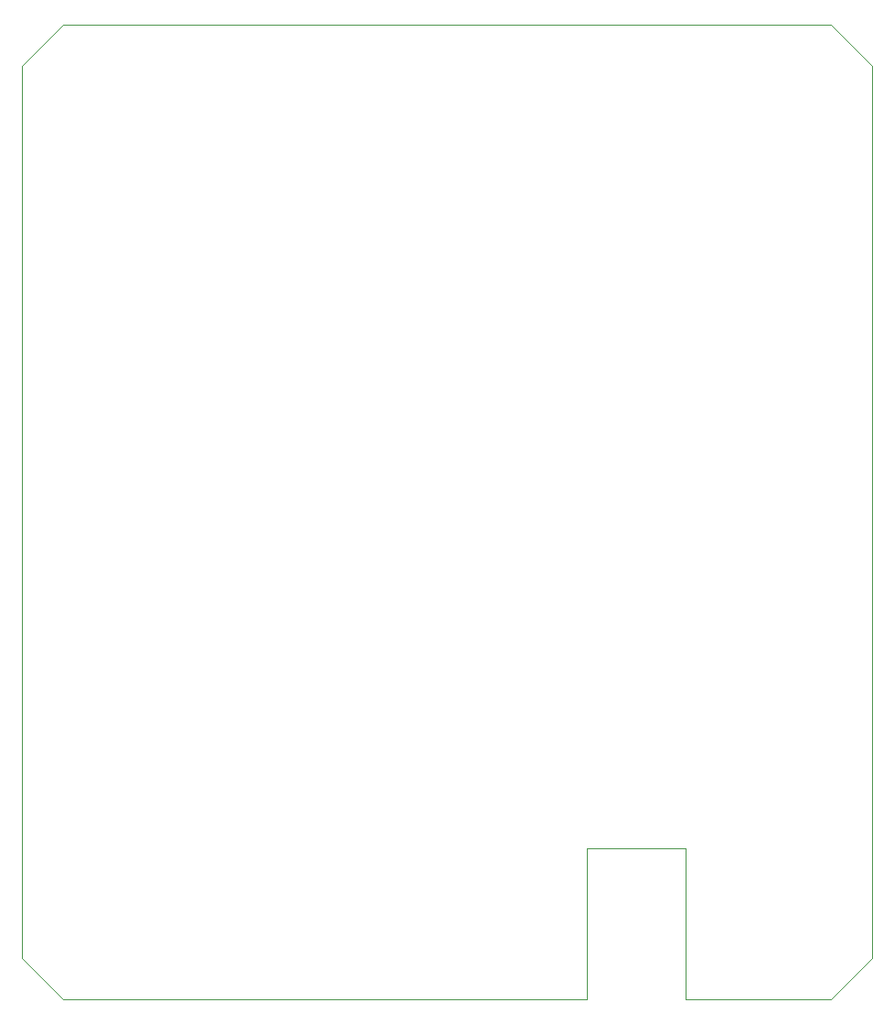
<source format=gbr>
G04 #@! TF.GenerationSoftware,KiCad,Pcbnew,(5.1.2)-2*
G04 #@! TF.CreationDate,2020-01-16T16:08:25+08:00*
G04 #@! TF.ProjectId,wingxx-receiver-v4,77696e67-7878-42d7-9265-636569766572,rev?*
G04 #@! TF.SameCoordinates,Original*
G04 #@! TF.FileFunction,Profile,NP*
%FSLAX46Y46*%
G04 Gerber Fmt 4.6, Leading zero omitted, Abs format (unit mm)*
G04 Created by KiCad (PCBNEW (5.1.2)-2) date 2020-01-16 16:08:25*
%MOMM*%
%LPD*%
G04 APERTURE LIST*
%ADD10C,0.100000*%
G04 APERTURE END LIST*
D10*
X136398000Y-148590000D02*
X149860000Y-148590000D01*
X136398000Y-134620000D02*
X136398000Y-148590000D01*
X127254000Y-134620000D02*
X136398000Y-134620000D01*
X127254000Y-148590000D02*
X127254000Y-134620000D01*
X149860000Y-58420000D02*
X153670000Y-62230000D01*
X149860000Y-148590000D02*
X153670000Y-144780000D01*
X74930000Y-144780000D02*
X78740000Y-148590000D01*
X78740000Y-58420000D02*
X74930000Y-62230000D01*
X153670000Y-62230000D02*
X153670000Y-144780000D01*
X78740000Y-58420000D02*
X149860000Y-58420000D01*
X74930000Y-144780000D02*
X74930000Y-62230000D01*
X127254000Y-148590000D02*
X78740000Y-148590000D01*
M02*

</source>
